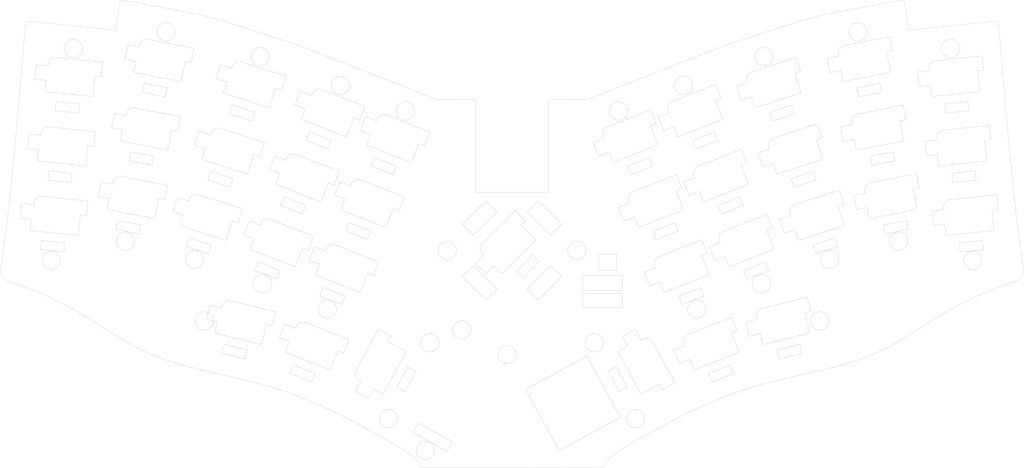
<source format=kicad_pcb>
(kicad_pcb (version 20240108) (generator "pcbnew") (generator_version "8.0")
  (title_block (title "ISW-TRISHNA") (rev "1.0"))
  (layers (0 "F.Cu" signal) (31 "B.Cu" signal) (34 "B.Paste" user) (35 "F.Paste" user) (36 "B.SilkS" user "B.Silkscreen") (37 "F.SilkS" user "F.Silkscreen") (38 "B.Mask" user) (39 "F.Mask" user) (44 "Edge.Cuts" user))
  (net 0 "")
  (footprint "isw-kbd_working:Middle_Diode_SMD" (layer "F.Cu") (at 267.1186 106.4958 11))
  (footprint "isw-kbd_working:Middle_m2_Spacer_Hole" (layer "F.Cu") (at 75.7159 115.2588))
  (footprint "isw-kbd_working:Middle_CherryMX_Hotswap_1u" (layer "F.Cu") (at 122.685054 101.860655 -21.5))
  (footprint "isw-kbd_working:Middle_CherryMX_Hotswap_1u" (layer "F.Cu") (at 162.3906 112.8614 45))
  (footprint "isw-kbd_working:Middle_m2_Spacer_Hole" (layer "F.Cu") (at 209.1654 67.8276))
  (footprint "isw-kbd_working:Middle_CherryMX_Hotswap_1u" (layer "F.Cu") (at 115.703206 119.58511 -21.5))
  (footprint "isw-kbd_working:Middle_CherryMX_Hotswap_1u" (layer "F.Cu") (at 39.6936 86.6345 -6))
  (footprint "isw-kbd_working:Middle_Diode_SMD" (layer "F.Cu") (at 229.004216 118.338894 21.5))
  (footprint "isw-kbd_working:Middle_Diode_SMD" (layer "F.Cu") (at 57.6634 106.4957 -11))
  (footprint "isw-kbd_working:Middle_CherryMX_Hotswap_1u" (layer "F.Cu") (at 226.802485 112.603262 21.5))
  (footprint "isw-kbd_working:Middle_CherryMX_Hotswap_1u" (layer "F.Cu") (at 258.6765 63.0649 11))
  (footprint "isw-kbd_working:Middle_m2_Spacer_Hole" (layer "F.Cu") (at 249.0652 115.2581))
  (footprint "isw-kbd_working:Middle_CherryMX_Hotswap_1u" (layer "F.Cu") (at 78.8293 105.7258 -18))
  (footprint "isw-kbd_working:Middle_Diode_SMD" (layer "F.Cu") (at 113.401708 125.281542 -21.5))
  (footprint "isw-kbd_working:Middle_m2_Spacer_Hole" (layer "F.Cu") (at 56.9219 110.3069))
  (footprint "isw-kbd_working:Middle_THQWGD001" (layer "F.Cu") (at 179.016467 154.594216 -61.5))
  (footprint "isw-kbd_working:Middle_Diode_SMD" (layer "F.Cu") (at 211.279761 125.320842 21.5))
  (footprint "isw-kbd_working:Middle_Diode_SMD" (layer "F.Cu") (at 105.248772 146.388703 -21.5))
  (footprint "isw-kbd_working:Middle_CherryMX_Hotswap_1u" (layer "F.Cu") (at 84.716 87.6082 -18))
  (footprint "isw-kbd_working:MiddleBottom_LED_SK6812MINI-E_BL" (layer "F.Cu") (at 171.2471 121.7179 45))
  (footprint "isw-kbd_working:Middle_CherryMX_Hotswap_1u" (layer "F.Cu") (at 285.0876 86.6345 6))
  (footprint "isw-kbd_working:Middle_Diode_SMD" (layer "F.Cu") (at 88.69 75.329 -18))
  (footprint "isw-kbd_working:Middle_m2_Spacer_Hole" (layer "F.Cu") (at 144.6919 112.8614))
  (footprint "isw-kbd_working:Middle_m2_Spacer_Hole" (layer "F.Cu") (at 138.7878 167.4339))
  (footprint "isw-kbd_working:Middle_m2_Spacer_Hole" (layer "F.Cu") (at 184.8314 138.0525))
  (footprint "isw-kbd_working:Middle_Diode_SMD" (layer "F.Cu") (at 166.7349 117.2056 45))
  (footprint "isw-kbd_working:Middle_m2_Spacer_Hole" (layer "F.Cu") (at 148.6758 134.5524))
  (footprint "isw-kbd_working:Middle_CherryMX_Hotswap_1u" (layer "F.Cu") (at 195.114334 84.136201 21.5))
  (footprint "isw-kbd_working:Middle_CherryMX_Hotswap_1u" (layer "F.Cu") (at 236.5861 134.5155 14))
  (footprint "isw-kbd_working:Middle_Diode_SMD" (layer "F.Cu") (at 241.9791 93.449 18))
  (footprint "isw-kbd_working:MiddleBottom_LED_SK6812MINI-E_BL" (layer "F.Cu") (at 153.5341 104.0048 -135))
  (footprint "isw-kbd_working:Middle_CherryMX_Hotswap_1u" (layer "F.Cu") (at 240.0805 87.606 18))
  (footprint "isw-kbd_working:Middle_CherryMX_Hotswap_1u" (layer "F.Cu") (at 62.4706 81.7648 -11))
  (footprint "isw-kbd_working:Middle_m2_Spacer_Hole" (layer "F.Cu") (at 36.6543 115.5516))
  (footprint "isw-kbd_working:Middle_m2_Spacer_Hole" (layer "F.Cu") (at 115.6157 67.8284))
  (footprint "isw-kbd_working:Middle_m2_Spacer_Hole" (layer "F.Cu") (at 180.0899 112.8614))
  (footprint "isw-kbd_working:Middle_CherryMX_Hotswap_1u" (layer "F.Cu") (at 111.942448 77.154352 -21.5))
  (footprint "isw-kbd_working:Middle_CherryMX_Hotswap_1u" (layer "F.Cu") (at 104.9606 94.878807 -21.5))
  (footprint "isw-kbd_working:Middle_Diode_SMD" (layer "F.Cu") (at 204.297914 107.596287 21.5))
  (footprint "isw-kbd_working:Middle_CherryMX_Hotswap_1u" (layer "F.Cu") (at 128.150092 145.059524 61.5))
  (footprint "isw-kbd_working:Middle_m2_Spacer_Hole" (layer "F.Cu") (at 93.6852 59.9549))
  (footprint "isw-kbd_working:Middle_m2_Spacer_Hole" (layer "F.Cu") (at 246.3133 132.0902))
  (footprint "isw-kbd_working:Middle_Diode_SMD" (layer "F.Cu") (at 236.0923 75.3314 18))
  (footprint "isw-kbd_working:Middle_m2_Spacer_Hole" (layer "F.Cu") (at 288.1268 115.5508))
  (footprint "isw-kbd_working:Middle_m2_Spacer_Hole" (layer "F.Cu") (at 196.0804 158.7706))
  (footprint "isw-kbd_working:Middle_Diode_SMD" (layer "F.Cu") (at 95.677255 118.299594 -21.5))
  (footprint "isw-kbd_working:Middle_Diode_SMD" (layer "F.Cu") (at 109.64095 82.850784 -21.5))
  (footprint "isw-kbd_working:Middle_Diode_SMD" (layer "F.Cu") (at 37.0602 111.6902 -6))
  (footprint "isw-kbd_working:Middle_m2_Spacer_Hole" (layer "F.Cu") (at 191.4409 74.8094))
  (footprint "isw-kbd_working:Middle_CherryMX_Hotswap_1u" (layer "F.Cu") (at 90.5885 69.4859 -18))
  (footprint "isw-kbd_working:Middle_Diode_SMD" (layer "F.Cu") (at 61.2983 87.7957 -11))
  (footprint "isw-kbd_working:Middle_Diode_SMD" (layer "F.Cu") (at 39.0514 92.7446 -6))
  (footprint "isw-kbd_working:Middle_Diode_SMD" (layer "F.Cu") (at 191.206303 147.943033 -61.5))
  (footprint "isw-kbd_working:Middle_m2_Spacer_Hole" (layer "F.Cu") (at 133.3402 74.8102))
  (footprint "isw-kbd_working:Middle_CherryMX_Hotswap_1u" (layer "F.Cu") (at 107.550269 140.69237 -21.5))
  (footprint "isw-kbd_working:Middle_m2_Spacer_Hole" (layer "F.Cu") (at 94.3037 121.9321))
  (footprint "isw-kbd_working:Middle_CherryMX_Hotswap_1u" (layer "F.Cu") (at 58.8356 100.4648 -11))
  (footprint "isw-kbd_working:Middle_m2_Spacer_Hole" (layer "F.Cu") (at 42.7326 57.7201))
  (footprint "isw-kbd_working:Middle_Diode_SMD" (layer "F.Cu") (at 133.523505 148.038129 61.5))
  (footprint "isw-kbd_working:Middle_Diode_SMD" (layer "F.Cu") (at 283.7385 73.7989 6))
  (footprint "isw-kbd_working:Middle_Diode_SMD" (layer "F.Cu") (at 86.7088 140.4768 -14))
  (footprint "isw-kbd_working:Middle_m2_Spacer_Hole" (layer "F.Cu") (at 139.9497 138.0533))
  (footprint "isw-kbd_working:MiddleBottom_LED_SK6812MINI-E_BL" (layer "F.Cu") (at 171.2471 104.0048 135))
  (footprint "isw-kbd_working:Middle_CherryMX_Hotswap_1u" (layer "F.Cu") (at 262.3114 81.7649 11))
  (footprint "isw-kbd_working:MiddleBottom_LED_SK6812MINI-E_BL" (layer "F.Cu") (at 153.5341 121.7179 -45))
  (footprint "isw-kbd_working:Middle_Diode_SMD" (layer "F.Cu") (at 247.8658 111.5667 18))
  (footprint "isw-kbd_working:Middle_Diode_SMD" (layer "F.Cu") (at 222.022367 100.614538 21.5))
  (footprint "isw-kbd_working:Middle_m2_Spacer_Hole" (layer "F.Cu") (at 231.0959 59.9541))
  (footprint "isw-kbd_working:Middle_CherryMX_Hotswap_1u" (layer "F.Cu") (at 196.63098 145.058762 -61.5))
  (footprint "isw-kbd_working:Middle_Diode_SMD" (layer "F.Cu") (at 82.8032 93.4466 -18))
  (footprint "isw-kbd_working:Middle_m2_Spacer_Hole" (layer "F.Cu") (at 256.7636 53.2245))
  (footprint "isw-kbd_working:Middle_Diode_SMD" (layer "F.Cu") (at 76.9165 111.5642 -18))
  (footprint "isw-kbd_working:Middle_Diode_SMD" (layer "F.Cu") (at 259.8487 69.0958 11))
  (footprint "isw-kbd_working:Middle_CherryMX_Hotswap_1u" (layer "F.Cu") (at 245.9673 105.7236 18))
  (footprint "isw-kbd_working:Middle_CherryMX_Hotswap_1u" (layer "F.Cu") (at 97.978751 112.603261 -21.5))
  (footprint "isw-kbd_working:Middle_CherryMX_Hotswap_1u" (layer "F.Cu") (at 209.07803 119.58511 21.5))
  (footprint "isw-kbd_working:Middle_CherryMX_Hotswap_1u" (layer "F.Cu") (at 287.0789 105.5801 6))
  (footprint "isw-kbd_working:Middle_Diode_SMD" (layer "F.Cu") (at 64.9332 69.0957 -11))
  (footprint "isw-kbd_working:Middle_CherryMX_Hotswap_1u" (layer "F.Cu") (at 265.9463 100.4649 11))
  (footprint "isw-kbd_working:Middle_m2_Spacer_Hole" (layer "F.Cu") (at 230.4774 121.9314))
  (footprint "isw-kbd_working:Middle_CherryMX_Hotswap_1u" (layer "F.Cu") (at 41.6849 67.6889 -6))
  (footprint "isw-kbd_working:Middle_m2_Spacer_Hole" (layer "F.Cu") (at 78.4677 132.091))
  (footprint "isw-kbd_working:Middle_Diode_SMD" (layer "F.Cu") (at 285.7298 92.7446 6))
  (footprint "isw-kbd_working:Middle_Diode_SMD" (layer "F.Cu") (at 127.365406 89.832534 -21.5))
  (footprint "isw-kbd_working:Middle_CherryMX_Hotswap_1u" (layer "F.Cu") (at 234.1938 69.4884 18))
  (footprint "isw-kbd_working:Middle_Diode_SMD" (layer "F.Cu") (at 238.0724 140.4768 14))
  (footprint "isw-kbd_working:Middle_CherryMX_Hotswap_1u" (layer "F.Cu") (at 212.838788 77.154352 21.5))
  (footprint "isw-kbd_working:Middle_Diode_SMD" (layer "F.Cu") (at 287.7211 111.6902 6))
  (footprint "isw-kbd_working:Middle_m2_Spacer_Hole" (layer "F.Cu") (at 282.0484 57.7193))
  (footprint "isw-kbd_working:Middle_CherryMX_Hotswap_1u" (layer "F.Cu") (at 283.0963 67.6889 6))
  (footprint "isw-kbd_working:Middle_Diode_SMD" (layer "F.Cu") (at 120.383556 107.557088 -21.5))
  (footprint "isw-kbd_working:Middle_Diode_SMD" (layer "F.Cu") (at 215.04052 82.889984 21.5))
  (footprint "isw-kbd_working:Middle_Diode_SMD" (layer "F.Cu") (at 219.432153 146.428252 21.5))
  (footprint "isw-kbd_working:Middle_CherryMX_Hotswap_1u" (layer "F.Cu") (at 88.1951 134.5155 -14))
  (footprint "isw-kbd_working:Middle_m2_Spacer_Hole" (layer "F.Cu") (at 68.0175 53.2253))
  (footprint "isw-kbd_working:Middle_m2_Spacer_Hole" (layer "F.Cu") (at 267.8591 110.3062))
  (footprint "isw-kbd_working:Middle_m2_Spacer_Hole" (layer "F.Cu") (at 112.0281 128.914))
  (footprint "isw-kbd_working:Middle_CherryMX_Hotswap_1u" (layer "F.Cu") (at 202.096182 101.860656 21.5))
  (footprint "isw-kbd_working:Middle_CherryMX_Hotswap_1u" (layer "F.Cu") (at 129.666903 84.1362 -21.5))
  (footprint "isw-kbd_working:Middle_FSS-41035-04" (layer "F.Cu") (at 134.670887 162.337226 61.5))
  (footprint "isw-kbd_working:Middle_m2_Spacer_Hole" (layer "F.Cu") (at 212.753 128.9132))
  (footprint "isw-kbd_working:Middle_Diode_SMD" (layer "F.Cu") (at 41.0427 73.7989 -6))
  (footprint "isw-kbd_working:Middle_m2_Spacer_Hole" (layer "F.Cu") (at 160.9793 141.2326))
  (footprint "isw-kbd_working:Middle_CherryMX_Hotswap_1u" (layer "F.Cu") (at 66.1055 63.0648 -11))
  (footprint "isw-kbd_working:Middle_Diode_SMD" (layer "F.Cu") (at 197.316065 89.871933 21.5))
  (footprint "isw-kbd_working:Middle_CherryMX_Hotswap_1u" (layer "F.Cu") (at 37.7024 105.5801 -6))
  (footprint "isw-kbd_working:Middle_Diode_SMD" (layer "F.Cu") (at 102.659102 100.57524 -21.5))
  (footprint "isw-kbd_working:Middle_CherryMX_Hotswap_1u" (layer "F.Cu") (at 217.230422 140.692521 21.5))
  (footprint "isw-kbd_working:Middle_m2_Spacer_Hole" (layer "F.Cu") (at 128.7007 158.7714))
  (footprint "isw-kbd_working:Middle_Diode_SMD" (layer "F.Cu") (at 263.4837 87.7958 11))
  (footprint "isw-kbd_working:Middle_CherryMX_Hotswap_1u" (layer "F.Cu") (at 219.820637 94.878807 21.5))
  (footprint "isw-kbd_working:Middle_RP2040-Zero-THT" (layer "B.Cu") (at 162.3906 84.521 180))
  (footprint "isw-kbd_working:Middle_R_Axial_DIN0207_L6.3mm_D2.5mm_P7.62mm_Horizontal" (layer "B.Cu") (at 190.8769 126.5398 180))
  (footprint "isw-kbd_working:Middle_R_Axial_DIN0207_L6.3mm_D2.5mm_P7.62mm_Horizontal" (layer "B.Cu") (at 190.8769 121.7773 180))
  (footprint "isw-kbd_working:Middle_SOT-23" (layer "B.Cu") (at 188.5106 116.0648 180))
  (gr_curve (pts (xy 24.764151 121.13912) (xy 50.439166 129.75294) (xy 53.03527 139.25956) (xy 73.863118 144.509673)) (stroke (width 0.09)) (layer "Edge.Cuts"))
  (gr_line (start 172.3106 71.771) (end 172.3106 72.771) (stroke (width 0.1)) (layer "Edge.Cuts"))
  (gr_line (start 55.382163 45.379307) (end 54.049678 52.726661) (stroke (width 0.09)) (layer "Edge.Cuts"))
  (gr_curve (pts (xy 300.016417 121.137134) (xy 301.454229 120.652514) (xy 302.303198 119.169979) (xy 301.993476 117.684639)) (stroke (width 0.09)) (layer "Edge.Cuts"))
  (gr_curve (pts (xy 138.004208 172.128137) (xy 149.526799 172.135673) (xy 175.254437 172.135673) (xy 186.777028 172.135673)) (stroke (width 0.09)) (layer "Edge.Cuts"))
  (gr_curve (pts (xy 132.876118 167.329978) (xy 135.514078 169.167211) (xy 136.909119 170.32755) (xy 137.017067 171.238321)) (stroke (width 0.09)) (layer "Edge.Cuts"))
  (gr_curve (pts (xy 56.554559 44.588692) (xy 56.012501 44.483327) (xy 55.487641 44.837271) (xy 55.382163 45.379307)) (stroke (width 0.09)) (layer "Edge.Cuts"))
  (gr_line (start 84.472037 50.486623) (end 77.272233 48.532834) (stroke (width 0.09)) (layer "Edge.Cuts"))
  (gr_curve (pts (xy 295.178173 51.215409) (xy 295.150456 50.951641) (xy 295.01909 50.709687) (xy 294.812977 50.542776)) (stroke (width 0.09)) (layer "Edge.Cuts"))
  (gr_line (start 102.589664 56.373397) (end 84.472037 50.486623) (stroke (width 0.09)) (layer "Edge.Cuts"))
  (gr_curve (pts (xy 30.702118 50.325395) (xy 30.438351 50.297671) (xy 30.174373 50.375866) (xy 29.96826 50.542776)) (stroke (width 0.09)) (layer "Edge.Cuts"))
  (gr_curve (pts (xy 250.918118 144.509673) (xy 271.745967 139.25956) (xy 274.34207 129.75294) (xy 300.016417 121.137134)) (stroke (width 0.09)) (layer "Edge.Cuts"))
  (gr_curve (pts (xy 29.603063 51.215409) (xy 29.603063 51.215409) (xy 25.40457 105.0932) (xy 22.785554 117.684179)) (stroke (width 0.09)) (layer "Edge.Cuts"))
  (gr_curve (pts (xy 191.905118 167.329978) (xy 222.351951 149.276768) (xy 229.723374 149.85227) (xy 250.918118 144.509673)) (stroke (width 0.09)) (layer "Edge.Cuts"))
  (gr_line (start 182.761928 71.766019) (end 172.3106 71.771) (stroke (width 0.09)) (layer "Edge.Cuts"))
  (gr_curve (pts (xy 137.017067 171.238321) (xy 137.069648 171.743977) (xy 137.495827 172.128137) (xy 138.004208 172.128137)) (stroke (width 0.09)) (layer "Edge.Cuts"))
  (gr_line (start 240.309199 50.486623) (end 222.191573 56.373397) (stroke (width 0.09)) (layer "Edge.Cuts"))
  (gr_curve (pts (xy 22.785554 117.684179) (xy 22.475618 119.170611) (xy 23.325259 120.654217) (xy 24.764151 121.13912)) (stroke (width 0.09)) (layer "Edge.Cuts"))
  (gr_line (start 268.226678 44.588692) (end 247.509004 48.532834) (stroke (width 0.09)) (layer "Edge.Cuts"))
  (gr_line (start 222.191573 56.373397) (end 218.210092 57.801667) (stroke (width 0.09)) (layer "Edge.Cuts"))
  (gr_curve (pts (xy 301.993476 117.684639) (xy 299.376667 105.0932) (xy 295.178173 51.215409) (xy 295.178173 51.215409)) (stroke (width 0.09)) (layer "Edge.Cuts"))
  (gr_line (start 152.4706 71.771) (end 152.4706 72.771) (stroke (width 0.1)) (layer "Edge.Cuts"))
  (gr_line (start 218.210092 57.801667) (end 200.485637 64.783515) (stroke (width 0.09)) (layer "Edge.Cuts"))
  (gr_curve (pts (xy 269.399073 45.379307) (xy 269.293596 44.837271) (xy 268.768736 44.483327) (xy 268.226678 44.588692)) (stroke (width 0.09)) (layer "Edge.Cuts"))
  (gr_line (start 124.295599 64.783515) (end 106.571145 57.801667) (stroke (width 0.09)) (layer "Edge.Cuts"))
  (gr_line (start 247.509004 48.532834) (end 240.309199 50.486623) (stroke (width 0.09)) (layer "Edge.Cuts"))
  (gr_line (start 270.731559 52.726661) (end 269.399073 45.379307) (stroke (width 0.09)) (layer "Edge.Cuts"))
  (gr_curve (pts (xy 186.777028 172.135673) (xy 187.289185 172.135546) (xy 187.718462 171.748487) (xy 187.77142 171.239075)) (stroke (width 0.09)) (layer "Edge.Cuts"))
  (gr_line (start 152.4706 71.771) (end 142.019309 71.766019) (stroke (width 0.09)) (layer "Edge.Cuts"))
  (gr_line (start 200.486382 64.784171) (end 182.761928 71.766019) (stroke (width 0.09)) (layer "Edge.Cuts"))
  (gr_curve (pts (xy 29.96826 50.542776) (xy 29.762146 50.709687) (xy 29.630781 50.951641) (xy 29.603063 51.215409)) (stroke (width 0.09)) (layer "Edge.Cuts"))
  (gr_line (start 142.019309 71.766019) (end 124.294854 64.784171) (stroke (width 0.09)) (layer "Edge.Cuts"))
  (gr_line (start 106.571145 57.801667) (end 102.589664 56.373397) (stroke (width 0.09)) (layer "Edge.Cuts"))
  (gr_curve (pts (xy 187.77142 171.239075) (xy 187.872117 170.32755) (xy 189.267159 169.167211) (xy 191.905118 167.329978)) (stroke (width 0.09)) (layer "Edge.Cuts"))
  (gr_line (start 77.272233 48.532834) (end 56.554559 44.588692) (stroke (width 0.09)) (layer "Edge.Cuts"))
  (gr_line (start 54.049678 52.726661) (end 30.702118 50.325395) (stroke (width 0.09)) (layer "Edge.Cuts"))
  (gr_curve (pts (xy 294.812977 50.542776) (xy 294.606863 50.375866) (xy 294.342886 50.297671) (xy 294.079118 50.325395)) (stroke (width 0.09)) (layer "Edge.Cuts"))
  (gr_line (start 294.079118 50.325395) (end 270.731559 52.726661) (stroke (width 0.09)) (layer "Edge.Cuts"))
  (gr_curve (pts (xy 73.863118 144.509673) (xy 95.057862 149.85227) (xy 102.429286 149.276768) (xy 132.876118 167.329978)) (stroke (width 0.09)) (layer "Edge.Cuts"))
)
</source>
